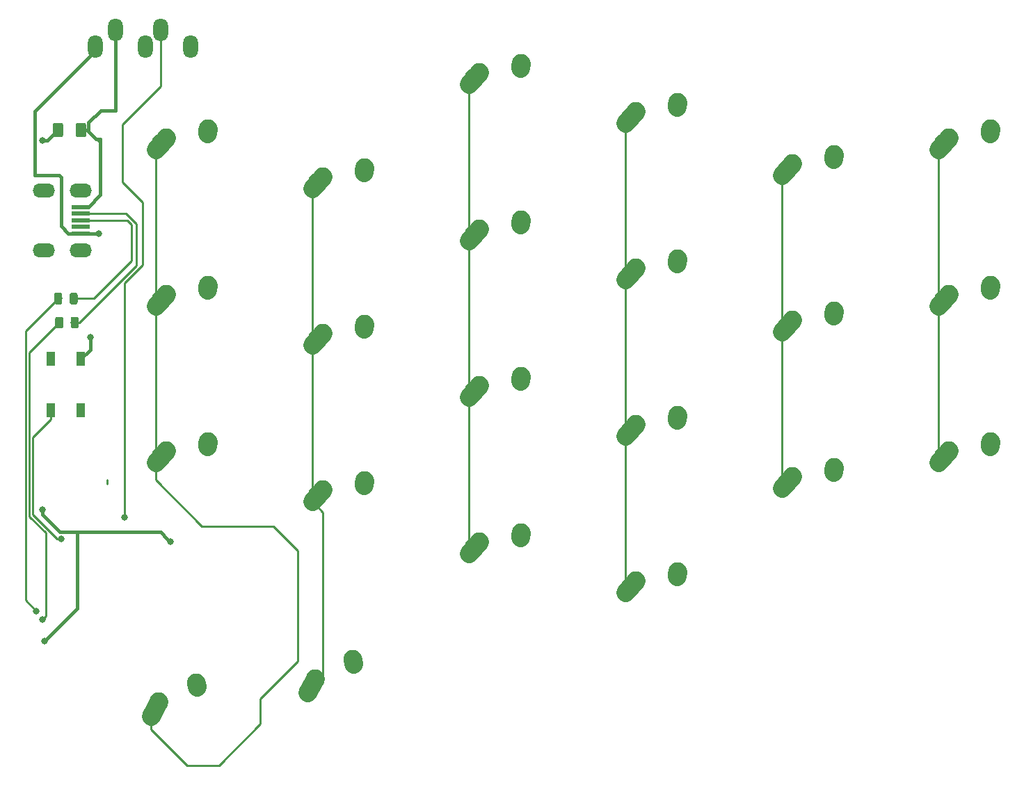
<source format=gtl>
G04 #@! TF.GenerationSoftware,KiCad,Pcbnew,(5.1.4)-1*
G04 #@! TF.CreationDate,2021-10-17T20:34:11-04:00*
G04 #@! TF.ProjectId,a44key-pcb,6134346b-6579-42d7-9063-622e6b696361,rev?*
G04 #@! TF.SameCoordinates,Original*
G04 #@! TF.FileFunction,Copper,L1,Top*
G04 #@! TF.FilePolarity,Positive*
%FSLAX46Y46*%
G04 Gerber Fmt 4.6, Leading zero omitted, Abs format (unit mm)*
G04 Created by KiCad (PCBNEW (5.1.4)-1) date 2021-10-17 20:34:11*
%MOMM*%
%LPD*%
G04 APERTURE LIST*
%ADD10C,2.250000*%
%ADD11C,2.250000*%
%ADD12C,0.100000*%
%ADD13C,0.975000*%
%ADD14R,1.100000X1.800000*%
%ADD15C,1.250000*%
%ADD16O,1.800000X2.800000*%
%ADD17O,2.700000X1.700000*%
%ADD18R,2.250000X0.500000*%
%ADD19C,0.800000*%
%ADD20C,0.254000*%
%ADD21C,0.381000*%
G04 APERTURE END LIST*
D10*
X187682500Y-104267500D03*
X187027501Y-104997500D03*
D11*
X186372500Y-105727500D02*
X187682502Y-104267500D01*
D10*
X192722500Y-103187500D03*
X192702500Y-103477500D03*
D11*
X192682500Y-103767500D02*
X192722500Y-103187500D01*
D10*
X111482500Y-109030000D03*
X110827501Y-109760000D03*
D11*
X110172500Y-110490000D02*
X111482502Y-109030000D01*
D10*
X116522500Y-107950000D03*
X116502500Y-108240000D03*
D11*
X116482500Y-108530000D02*
X116522500Y-107950000D01*
D10*
X130532500Y-115380000D03*
X129877501Y-116110000D03*
D11*
X129222500Y-116840000D02*
X130532502Y-115380000D01*
D10*
X135572500Y-114300000D03*
X135552500Y-114590000D03*
D11*
X135532500Y-114880000D02*
X135572500Y-114300000D01*
D10*
X91482409Y-134895844D03*
X91038666Y-135770497D03*
D11*
X90594922Y-136645149D02*
X91482410Y-134895845D01*
D10*
X96071151Y-132548196D03*
X96126890Y-132833491D03*
D11*
X96182629Y-133118786D02*
X96071151Y-132548196D01*
D10*
X92432500Y-104267500D03*
X91777501Y-104997500D03*
D11*
X91122500Y-105727500D02*
X92432502Y-104267500D01*
D10*
X97472500Y-103187500D03*
X97452500Y-103477500D03*
D11*
X97432500Y-103767500D02*
X97472500Y-103187500D01*
D10*
X149582500Y-120142500D03*
X148927501Y-120872500D03*
D11*
X148272500Y-121602500D02*
X149582502Y-120142500D01*
D10*
X154622500Y-119062500D03*
X154602500Y-119352500D03*
D11*
X154582500Y-119642500D02*
X154622500Y-119062500D01*
D10*
X110532409Y-132038344D03*
X110088666Y-132912997D03*
D11*
X109644922Y-133787649D02*
X110532410Y-132038345D01*
D10*
X115121151Y-129690696D03*
X115176890Y-129975991D03*
D11*
X115232629Y-130261286D02*
X115121151Y-129690696D01*
D10*
X149582500Y-101092500D03*
X148927501Y-101822500D03*
D11*
X148272500Y-102552500D02*
X149582502Y-101092500D01*
D10*
X154622500Y-100012500D03*
X154602500Y-100302500D03*
D11*
X154582500Y-100592500D02*
X154622500Y-100012500D01*
D10*
X168632500Y-107442500D03*
X167977501Y-108172500D03*
D11*
X167322500Y-108902500D02*
X168632502Y-107442500D01*
D10*
X173672500Y-106362500D03*
X173652500Y-106652500D03*
D11*
X173632500Y-106942500D02*
X173672500Y-106362500D01*
D12*
G36*
X81547642Y-88010674D02*
G01*
X81571303Y-88014184D01*
X81594507Y-88019996D01*
X81617029Y-88028054D01*
X81638653Y-88038282D01*
X81659170Y-88050579D01*
X81678383Y-88064829D01*
X81696107Y-88080893D01*
X81712171Y-88098617D01*
X81726421Y-88117830D01*
X81738718Y-88138347D01*
X81748946Y-88159971D01*
X81757004Y-88182493D01*
X81762816Y-88205697D01*
X81766326Y-88229358D01*
X81767500Y-88253250D01*
X81767500Y-89165750D01*
X81766326Y-89189642D01*
X81762816Y-89213303D01*
X81757004Y-89236507D01*
X81748946Y-89259029D01*
X81738718Y-89280653D01*
X81726421Y-89301170D01*
X81712171Y-89320383D01*
X81696107Y-89338107D01*
X81678383Y-89354171D01*
X81659170Y-89368421D01*
X81638653Y-89380718D01*
X81617029Y-89390946D01*
X81594507Y-89399004D01*
X81571303Y-89404816D01*
X81547642Y-89408326D01*
X81523750Y-89409500D01*
X81036250Y-89409500D01*
X81012358Y-89408326D01*
X80988697Y-89404816D01*
X80965493Y-89399004D01*
X80942971Y-89390946D01*
X80921347Y-89380718D01*
X80900830Y-89368421D01*
X80881617Y-89354171D01*
X80863893Y-89338107D01*
X80847829Y-89320383D01*
X80833579Y-89301170D01*
X80821282Y-89280653D01*
X80811054Y-89259029D01*
X80802996Y-89236507D01*
X80797184Y-89213303D01*
X80793674Y-89189642D01*
X80792500Y-89165750D01*
X80792500Y-88253250D01*
X80793674Y-88229358D01*
X80797184Y-88205697D01*
X80802996Y-88182493D01*
X80811054Y-88159971D01*
X80821282Y-88138347D01*
X80833579Y-88117830D01*
X80847829Y-88098617D01*
X80863893Y-88080893D01*
X80881617Y-88064829D01*
X80900830Y-88050579D01*
X80921347Y-88038282D01*
X80942971Y-88028054D01*
X80965493Y-88019996D01*
X80988697Y-88014184D01*
X81012358Y-88010674D01*
X81036250Y-88009500D01*
X81523750Y-88009500D01*
X81547642Y-88010674D01*
X81547642Y-88010674D01*
G37*
D13*
X81280000Y-88709500D03*
D12*
G36*
X79672642Y-88010674D02*
G01*
X79696303Y-88014184D01*
X79719507Y-88019996D01*
X79742029Y-88028054D01*
X79763653Y-88038282D01*
X79784170Y-88050579D01*
X79803383Y-88064829D01*
X79821107Y-88080893D01*
X79837171Y-88098617D01*
X79851421Y-88117830D01*
X79863718Y-88138347D01*
X79873946Y-88159971D01*
X79882004Y-88182493D01*
X79887816Y-88205697D01*
X79891326Y-88229358D01*
X79892500Y-88253250D01*
X79892500Y-89165750D01*
X79891326Y-89189642D01*
X79887816Y-89213303D01*
X79882004Y-89236507D01*
X79873946Y-89259029D01*
X79863718Y-89280653D01*
X79851421Y-89301170D01*
X79837171Y-89320383D01*
X79821107Y-89338107D01*
X79803383Y-89354171D01*
X79784170Y-89368421D01*
X79763653Y-89380718D01*
X79742029Y-89390946D01*
X79719507Y-89399004D01*
X79696303Y-89404816D01*
X79672642Y-89408326D01*
X79648750Y-89409500D01*
X79161250Y-89409500D01*
X79137358Y-89408326D01*
X79113697Y-89404816D01*
X79090493Y-89399004D01*
X79067971Y-89390946D01*
X79046347Y-89380718D01*
X79025830Y-89368421D01*
X79006617Y-89354171D01*
X78988893Y-89338107D01*
X78972829Y-89320383D01*
X78958579Y-89301170D01*
X78946282Y-89280653D01*
X78936054Y-89259029D01*
X78927996Y-89236507D01*
X78922184Y-89213303D01*
X78918674Y-89189642D01*
X78917500Y-89165750D01*
X78917500Y-88253250D01*
X78918674Y-88229358D01*
X78922184Y-88205697D01*
X78927996Y-88182493D01*
X78936054Y-88159971D01*
X78946282Y-88138347D01*
X78958579Y-88117830D01*
X78972829Y-88098617D01*
X78988893Y-88080893D01*
X79006617Y-88064829D01*
X79025830Y-88050579D01*
X79046347Y-88038282D01*
X79067971Y-88028054D01*
X79090493Y-88019996D01*
X79113697Y-88014184D01*
X79137358Y-88010674D01*
X79161250Y-88009500D01*
X79648750Y-88009500D01*
X79672642Y-88010674D01*
X79672642Y-88010674D01*
G37*
D13*
X79405000Y-88709500D03*
D12*
G36*
X81420642Y-85089674D02*
G01*
X81444303Y-85093184D01*
X81467507Y-85098996D01*
X81490029Y-85107054D01*
X81511653Y-85117282D01*
X81532170Y-85129579D01*
X81551383Y-85143829D01*
X81569107Y-85159893D01*
X81585171Y-85177617D01*
X81599421Y-85196830D01*
X81611718Y-85217347D01*
X81621946Y-85238971D01*
X81630004Y-85261493D01*
X81635816Y-85284697D01*
X81639326Y-85308358D01*
X81640500Y-85332250D01*
X81640500Y-86244750D01*
X81639326Y-86268642D01*
X81635816Y-86292303D01*
X81630004Y-86315507D01*
X81621946Y-86338029D01*
X81611718Y-86359653D01*
X81599421Y-86380170D01*
X81585171Y-86399383D01*
X81569107Y-86417107D01*
X81551383Y-86433171D01*
X81532170Y-86447421D01*
X81511653Y-86459718D01*
X81490029Y-86469946D01*
X81467507Y-86478004D01*
X81444303Y-86483816D01*
X81420642Y-86487326D01*
X81396750Y-86488500D01*
X80909250Y-86488500D01*
X80885358Y-86487326D01*
X80861697Y-86483816D01*
X80838493Y-86478004D01*
X80815971Y-86469946D01*
X80794347Y-86459718D01*
X80773830Y-86447421D01*
X80754617Y-86433171D01*
X80736893Y-86417107D01*
X80720829Y-86399383D01*
X80706579Y-86380170D01*
X80694282Y-86359653D01*
X80684054Y-86338029D01*
X80675996Y-86315507D01*
X80670184Y-86292303D01*
X80666674Y-86268642D01*
X80665500Y-86244750D01*
X80665500Y-85332250D01*
X80666674Y-85308358D01*
X80670184Y-85284697D01*
X80675996Y-85261493D01*
X80684054Y-85238971D01*
X80694282Y-85217347D01*
X80706579Y-85196830D01*
X80720829Y-85177617D01*
X80736893Y-85159893D01*
X80754617Y-85143829D01*
X80773830Y-85129579D01*
X80794347Y-85117282D01*
X80815971Y-85107054D01*
X80838493Y-85098996D01*
X80861697Y-85093184D01*
X80885358Y-85089674D01*
X80909250Y-85088500D01*
X81396750Y-85088500D01*
X81420642Y-85089674D01*
X81420642Y-85089674D01*
G37*
D13*
X81153000Y-85788500D03*
D12*
G36*
X79545642Y-85089674D02*
G01*
X79569303Y-85093184D01*
X79592507Y-85098996D01*
X79615029Y-85107054D01*
X79636653Y-85117282D01*
X79657170Y-85129579D01*
X79676383Y-85143829D01*
X79694107Y-85159893D01*
X79710171Y-85177617D01*
X79724421Y-85196830D01*
X79736718Y-85217347D01*
X79746946Y-85238971D01*
X79755004Y-85261493D01*
X79760816Y-85284697D01*
X79764326Y-85308358D01*
X79765500Y-85332250D01*
X79765500Y-86244750D01*
X79764326Y-86268642D01*
X79760816Y-86292303D01*
X79755004Y-86315507D01*
X79746946Y-86338029D01*
X79736718Y-86359653D01*
X79724421Y-86380170D01*
X79710171Y-86399383D01*
X79694107Y-86417107D01*
X79676383Y-86433171D01*
X79657170Y-86447421D01*
X79636653Y-86459718D01*
X79615029Y-86469946D01*
X79592507Y-86478004D01*
X79569303Y-86483816D01*
X79545642Y-86487326D01*
X79521750Y-86488500D01*
X79034250Y-86488500D01*
X79010358Y-86487326D01*
X78986697Y-86483816D01*
X78963493Y-86478004D01*
X78940971Y-86469946D01*
X78919347Y-86459718D01*
X78898830Y-86447421D01*
X78879617Y-86433171D01*
X78861893Y-86417107D01*
X78845829Y-86399383D01*
X78831579Y-86380170D01*
X78819282Y-86359653D01*
X78809054Y-86338029D01*
X78800996Y-86315507D01*
X78795184Y-86292303D01*
X78791674Y-86268642D01*
X78790500Y-86244750D01*
X78790500Y-85332250D01*
X78791674Y-85308358D01*
X78795184Y-85284697D01*
X78800996Y-85261493D01*
X78809054Y-85238971D01*
X78819282Y-85217347D01*
X78831579Y-85196830D01*
X78845829Y-85177617D01*
X78861893Y-85159893D01*
X78879617Y-85143829D01*
X78898830Y-85129579D01*
X78919347Y-85117282D01*
X78940971Y-85107054D01*
X78963493Y-85098996D01*
X78986697Y-85093184D01*
X79010358Y-85089674D01*
X79034250Y-85088500D01*
X79521750Y-85088500D01*
X79545642Y-85089674D01*
X79545642Y-85089674D01*
G37*
D13*
X79278000Y-85788500D03*
D14*
X82059000Y-99354500D03*
X78359000Y-93154500D03*
X78359000Y-99354500D03*
X82059000Y-93154500D03*
D12*
G36*
X82441504Y-64404204D02*
G01*
X82465773Y-64407804D01*
X82489571Y-64413765D01*
X82512671Y-64422030D01*
X82534849Y-64432520D01*
X82555893Y-64445133D01*
X82575598Y-64459747D01*
X82593777Y-64476223D01*
X82610253Y-64494402D01*
X82624867Y-64514107D01*
X82637480Y-64535151D01*
X82647970Y-64557329D01*
X82656235Y-64580429D01*
X82662196Y-64604227D01*
X82665796Y-64628496D01*
X82667000Y-64653000D01*
X82667000Y-65903000D01*
X82665796Y-65927504D01*
X82662196Y-65951773D01*
X82656235Y-65975571D01*
X82647970Y-65998671D01*
X82637480Y-66020849D01*
X82624867Y-66041893D01*
X82610253Y-66061598D01*
X82593777Y-66079777D01*
X82575598Y-66096253D01*
X82555893Y-66110867D01*
X82534849Y-66123480D01*
X82512671Y-66133970D01*
X82489571Y-66142235D01*
X82465773Y-66148196D01*
X82441504Y-66151796D01*
X82417000Y-66153000D01*
X81667000Y-66153000D01*
X81642496Y-66151796D01*
X81618227Y-66148196D01*
X81594429Y-66142235D01*
X81571329Y-66133970D01*
X81549151Y-66123480D01*
X81528107Y-66110867D01*
X81508402Y-66096253D01*
X81490223Y-66079777D01*
X81473747Y-66061598D01*
X81459133Y-66041893D01*
X81446520Y-66020849D01*
X81436030Y-65998671D01*
X81427765Y-65975571D01*
X81421804Y-65951773D01*
X81418204Y-65927504D01*
X81417000Y-65903000D01*
X81417000Y-64653000D01*
X81418204Y-64628496D01*
X81421804Y-64604227D01*
X81427765Y-64580429D01*
X81436030Y-64557329D01*
X81446520Y-64535151D01*
X81459133Y-64514107D01*
X81473747Y-64494402D01*
X81490223Y-64476223D01*
X81508402Y-64459747D01*
X81528107Y-64445133D01*
X81549151Y-64432520D01*
X81571329Y-64422030D01*
X81594429Y-64413765D01*
X81618227Y-64407804D01*
X81642496Y-64404204D01*
X81667000Y-64403000D01*
X82417000Y-64403000D01*
X82441504Y-64404204D01*
X82441504Y-64404204D01*
G37*
D15*
X82042000Y-65278000D03*
D12*
G36*
X79641504Y-64404204D02*
G01*
X79665773Y-64407804D01*
X79689571Y-64413765D01*
X79712671Y-64422030D01*
X79734849Y-64432520D01*
X79755893Y-64445133D01*
X79775598Y-64459747D01*
X79793777Y-64476223D01*
X79810253Y-64494402D01*
X79824867Y-64514107D01*
X79837480Y-64535151D01*
X79847970Y-64557329D01*
X79856235Y-64580429D01*
X79862196Y-64604227D01*
X79865796Y-64628496D01*
X79867000Y-64653000D01*
X79867000Y-65903000D01*
X79865796Y-65927504D01*
X79862196Y-65951773D01*
X79856235Y-65975571D01*
X79847970Y-65998671D01*
X79837480Y-66020849D01*
X79824867Y-66041893D01*
X79810253Y-66061598D01*
X79793777Y-66079777D01*
X79775598Y-66096253D01*
X79755893Y-66110867D01*
X79734849Y-66123480D01*
X79712671Y-66133970D01*
X79689571Y-66142235D01*
X79665773Y-66148196D01*
X79641504Y-66151796D01*
X79617000Y-66153000D01*
X78867000Y-66153000D01*
X78842496Y-66151796D01*
X78818227Y-66148196D01*
X78794429Y-66142235D01*
X78771329Y-66133970D01*
X78749151Y-66123480D01*
X78728107Y-66110867D01*
X78708402Y-66096253D01*
X78690223Y-66079777D01*
X78673747Y-66061598D01*
X78659133Y-66041893D01*
X78646520Y-66020849D01*
X78636030Y-65998671D01*
X78627765Y-65975571D01*
X78621804Y-65951773D01*
X78618204Y-65927504D01*
X78617000Y-65903000D01*
X78617000Y-64653000D01*
X78618204Y-64628496D01*
X78621804Y-64604227D01*
X78627765Y-64580429D01*
X78636030Y-64557329D01*
X78646520Y-64535151D01*
X78659133Y-64514107D01*
X78673747Y-64494402D01*
X78690223Y-64476223D01*
X78708402Y-64459747D01*
X78728107Y-64445133D01*
X78749151Y-64432520D01*
X78771329Y-64422030D01*
X78794429Y-64413765D01*
X78818227Y-64407804D01*
X78842496Y-64404204D01*
X78867000Y-64403000D01*
X79617000Y-64403000D01*
X79641504Y-64404204D01*
X79641504Y-64404204D01*
G37*
D15*
X79242000Y-65278000D03*
D16*
X89920000Y-55118000D03*
X95420000Y-55118000D03*
X91720000Y-53118000D03*
X86220000Y-53118000D03*
X83820000Y-55118000D03*
D17*
X77533500Y-72613500D03*
X77533500Y-79913500D03*
X82033500Y-79913500D03*
X82033500Y-72613500D03*
D18*
X82033500Y-74663500D03*
X82033500Y-75463500D03*
X82033500Y-76263500D03*
X82033500Y-77063500D03*
X82033500Y-77863500D03*
D10*
X187682500Y-85217500D03*
X187027501Y-85947500D03*
D11*
X186372500Y-86677500D02*
X187682502Y-85217500D01*
D10*
X192722500Y-84137500D03*
X192702500Y-84427500D03*
D11*
X192682500Y-84717500D02*
X192722500Y-84137500D01*
D10*
X187682500Y-66167500D03*
X187027501Y-66897500D03*
D11*
X186372500Y-67627500D02*
X187682502Y-66167500D01*
D10*
X192722500Y-65087500D03*
X192702500Y-65377500D03*
D11*
X192682500Y-65667500D02*
X192722500Y-65087500D01*
D10*
X168632500Y-88392500D03*
X167977501Y-89122500D03*
D11*
X167322500Y-89852500D02*
X168632502Y-88392500D01*
D10*
X173672500Y-87312500D03*
X173652500Y-87602500D03*
D11*
X173632500Y-87892500D02*
X173672500Y-87312500D01*
D10*
X168632500Y-69342500D03*
X167977501Y-70072500D03*
D11*
X167322500Y-70802500D02*
X168632502Y-69342500D01*
D10*
X173672500Y-68262500D03*
X173652500Y-68552500D03*
D11*
X173632500Y-68842500D02*
X173672500Y-68262500D01*
D10*
X149582500Y-82042500D03*
X148927501Y-82772500D03*
D11*
X148272500Y-83502500D02*
X149582502Y-82042500D01*
D10*
X154622500Y-80962500D03*
X154602500Y-81252500D03*
D11*
X154582500Y-81542500D02*
X154622500Y-80962500D01*
D10*
X149582500Y-62992500D03*
X148927501Y-63722500D03*
D11*
X148272500Y-64452500D02*
X149582502Y-62992500D01*
D10*
X154622500Y-61912500D03*
X154602500Y-62202500D03*
D11*
X154582500Y-62492500D02*
X154622500Y-61912500D01*
D10*
X130532500Y-96330000D03*
X129877501Y-97060000D03*
D11*
X129222500Y-97790000D02*
X130532502Y-96330000D01*
D10*
X135572500Y-95250000D03*
X135552500Y-95540000D03*
D11*
X135532500Y-95830000D02*
X135572500Y-95250000D01*
D10*
X130532500Y-77280000D03*
X129877501Y-78010000D03*
D11*
X129222500Y-78740000D02*
X130532502Y-77280000D01*
D10*
X135572500Y-76200000D03*
X135552500Y-76490000D03*
D11*
X135532500Y-76780000D02*
X135572500Y-76200000D01*
D10*
X130532500Y-58230000D03*
X129877501Y-58960000D03*
D11*
X129222500Y-59690000D02*
X130532502Y-58230000D01*
D10*
X135572500Y-57150000D03*
X135552500Y-57440000D03*
D11*
X135532500Y-57730000D02*
X135572500Y-57150000D01*
D10*
X111482500Y-89980000D03*
X110827501Y-90710000D03*
D11*
X110172500Y-91440000D02*
X111482502Y-89980000D01*
D10*
X116522500Y-88900000D03*
X116502500Y-89190000D03*
D11*
X116482500Y-89480000D02*
X116522500Y-88900000D01*
D10*
X111482500Y-70930000D03*
X110827501Y-71660000D03*
D11*
X110172500Y-72390000D02*
X111482502Y-70930000D01*
D10*
X116522500Y-69850000D03*
X116502500Y-70140000D03*
D11*
X116482500Y-70430000D02*
X116522500Y-69850000D01*
D10*
X92432500Y-85217500D03*
X91777501Y-85947500D03*
D11*
X91122500Y-86677500D02*
X92432502Y-85217500D01*
D10*
X97472500Y-84137500D03*
X97452500Y-84427500D03*
D11*
X97432500Y-84717500D02*
X97472500Y-84137500D01*
D10*
X92432500Y-66167500D03*
X91777501Y-66897500D03*
D11*
X91122500Y-67627500D02*
X92432502Y-66167500D01*
D10*
X97472500Y-65087500D03*
X97452500Y-65377500D03*
D11*
X97432500Y-65667500D02*
X97472500Y-65087500D01*
D19*
X84252000Y-77863500D03*
X83172500Y-90538500D03*
X77597000Y-127508000D03*
X92934000Y-115413000D03*
X77343000Y-111506000D03*
X77343000Y-66548000D03*
X77343000Y-124841000D03*
X76581000Y-123825000D03*
X79671980Y-115019020D03*
X87312500Y-112458500D03*
D20*
X85217000Y-107823000D02*
X85217000Y-108331000D01*
D21*
X82033500Y-77863500D02*
X84252000Y-77863500D01*
X83172500Y-92041000D02*
X82059000Y-93154500D01*
X83172500Y-90538500D02*
X83172500Y-92041000D01*
X78422500Y-70739000D02*
X76963154Y-70739000D01*
X76454000Y-70739000D02*
X78422500Y-70739000D01*
X76454000Y-62984000D02*
X76454000Y-70739000D01*
X83820000Y-55118000D02*
X83820000Y-55618000D01*
X83820000Y-55618000D02*
X76454000Y-62984000D01*
X80527500Y-77863500D02*
X82033500Y-77863500D01*
X79629000Y-76965000D02*
X80527500Y-77863500D01*
X79629000Y-70993000D02*
X79629000Y-76965000D01*
X78422500Y-70739000D02*
X79375000Y-70739000D01*
X79375000Y-70739000D02*
X79629000Y-70993000D01*
X92534001Y-115013001D02*
X92934000Y-115413000D01*
X91749519Y-114228519D02*
X92534001Y-115013001D01*
X77343000Y-112071685D02*
X79499834Y-114228519D01*
X77343000Y-111506000D02*
X77343000Y-112071685D01*
X77996999Y-127108001D02*
X77597000Y-127508000D01*
X81605481Y-123499519D02*
X77996999Y-127108001D01*
X81605481Y-114228519D02*
X81605481Y-123499519D01*
X81605481Y-114228519D02*
X91749519Y-114228519D01*
X79499834Y-114228519D02*
X81605481Y-114228519D01*
X82908500Y-74663500D02*
X84420000Y-73152000D01*
X82033500Y-74663500D02*
X82908500Y-74663500D01*
X84420000Y-73152000D02*
X84420000Y-66386000D01*
X84420000Y-66386000D02*
X84258000Y-66548000D01*
X86220000Y-53118000D02*
X86220000Y-62881000D01*
X83875000Y-66386000D02*
X84420000Y-66386000D01*
X82042000Y-65278000D02*
X82767000Y-65278000D01*
X82944250Y-64375750D02*
X82944250Y-65455250D01*
X84439000Y-62881000D02*
X82944250Y-64375750D01*
X86220000Y-62881000D02*
X84439000Y-62881000D01*
X82767000Y-65278000D02*
X82944250Y-65455250D01*
X82944250Y-65455250D02*
X83875000Y-66386000D01*
X77972000Y-66548000D02*
X79242000Y-65278000D01*
X77343000Y-66548000D02*
X77972000Y-66548000D01*
D20*
X91122500Y-83907500D02*
X91122500Y-86677500D01*
X91122500Y-67627500D02*
X91122500Y-83907500D01*
X91122500Y-102957500D02*
X91122500Y-105727500D01*
X91122500Y-86677500D02*
X91122500Y-102957500D01*
X91122500Y-105727500D02*
X91482409Y-106087409D01*
X91482409Y-135757662D02*
X90594922Y-136645149D01*
X103886000Y-137604500D02*
X98869500Y-142621000D01*
X103886000Y-134530064D02*
X103886000Y-137604500D01*
X91122500Y-105727500D02*
X91122500Y-107892434D01*
X90594922Y-138217664D02*
X90594922Y-136645149D01*
X91122500Y-107892434D02*
X96768066Y-113538000D01*
X94998258Y-142621000D02*
X90594922Y-138217664D01*
X96768066Y-113538000D02*
X105473500Y-113538000D01*
X98869500Y-142621000D02*
X94998258Y-142621000D01*
X105473500Y-113538000D02*
X108458000Y-116522500D01*
X108458000Y-116522500D02*
X108458000Y-129958064D01*
X108458000Y-129958064D02*
X103886000Y-134530064D01*
X110172500Y-91290000D02*
X110172500Y-91440000D01*
X110172500Y-110490000D02*
X110172500Y-91290000D01*
X110172500Y-72240000D02*
X111482500Y-70930000D01*
X110172500Y-91440000D02*
X110172500Y-72240000D01*
X111482500Y-111800000D02*
X110172500Y-110490000D01*
X111482500Y-131950071D02*
X111482500Y-111800000D01*
X109644922Y-133787649D02*
X111482500Y-131950071D01*
X129222500Y-97790000D02*
X129222500Y-78740000D01*
X129222500Y-78740000D02*
X129222500Y-59690000D01*
X129222500Y-116840000D02*
X129222500Y-97790000D01*
X148272500Y-102552500D02*
X148272500Y-83502500D01*
X148272500Y-83502500D02*
X148272500Y-64452500D01*
X148272500Y-121602500D02*
X148272500Y-102552500D01*
X167322500Y-108902500D02*
X167322500Y-89852500D01*
X167322500Y-89852500D02*
X167322500Y-70802500D01*
X186372500Y-86527500D02*
X186372500Y-86677500D01*
X186372500Y-105727500D02*
X186372500Y-86527500D01*
X186372500Y-67477500D02*
X186372500Y-67627500D01*
X186372500Y-86677500D02*
X186372500Y-67477500D01*
X81867500Y-88709500D02*
X88789000Y-81788000D01*
X81280000Y-88709500D02*
X81867500Y-88709500D01*
X88789000Y-81788000D02*
X88789000Y-76692000D01*
X87560500Y-75463500D02*
X82033500Y-75463500D01*
X88789000Y-76692000D02*
X87560500Y-75463500D01*
X78848763Y-89265737D02*
X79405000Y-88709500D01*
X75745990Y-92368510D02*
X78848763Y-89265737D01*
X75745990Y-112300782D02*
X75745990Y-92368510D01*
X77742999Y-114297790D02*
X75745990Y-112300782D01*
X77742999Y-124441001D02*
X77742999Y-114297790D01*
X77343000Y-124841000D02*
X77742999Y-124441001D01*
X81153000Y-85788500D02*
X83629500Y-85788500D01*
X88201500Y-81216500D02*
X88201500Y-76746566D01*
X83629500Y-85788500D02*
X88201500Y-81216500D01*
X87718434Y-76263500D02*
X82033500Y-76263500D01*
X88201500Y-76746566D02*
X87718434Y-76263500D01*
X78721763Y-86344737D02*
X79278000Y-85788500D01*
X75291980Y-89774520D02*
X78721763Y-86344737D01*
X75291980Y-122535980D02*
X75291980Y-89774520D01*
X76581000Y-123825000D02*
X75291980Y-122535980D01*
X79106295Y-115019020D02*
X76200000Y-112112725D01*
X79671980Y-115019020D02*
X79106295Y-115019020D01*
X78359000Y-100508500D02*
X78359000Y-99354500D01*
X76200000Y-102667500D02*
X78359000Y-100508500D01*
X76200000Y-112112725D02*
X76200000Y-102667500D01*
X87312500Y-83906566D02*
X89535000Y-81684066D01*
X87312500Y-112458500D02*
X87312500Y-83906566D01*
X89535000Y-81684066D02*
X89535000Y-74104500D01*
X89535000Y-74104500D02*
X87058500Y-71628000D01*
X87058500Y-71628000D02*
X87058500Y-64579500D01*
X91720000Y-59918000D02*
X91720000Y-53118000D01*
X87058500Y-64579500D02*
X91720000Y-59918000D01*
M02*

</source>
